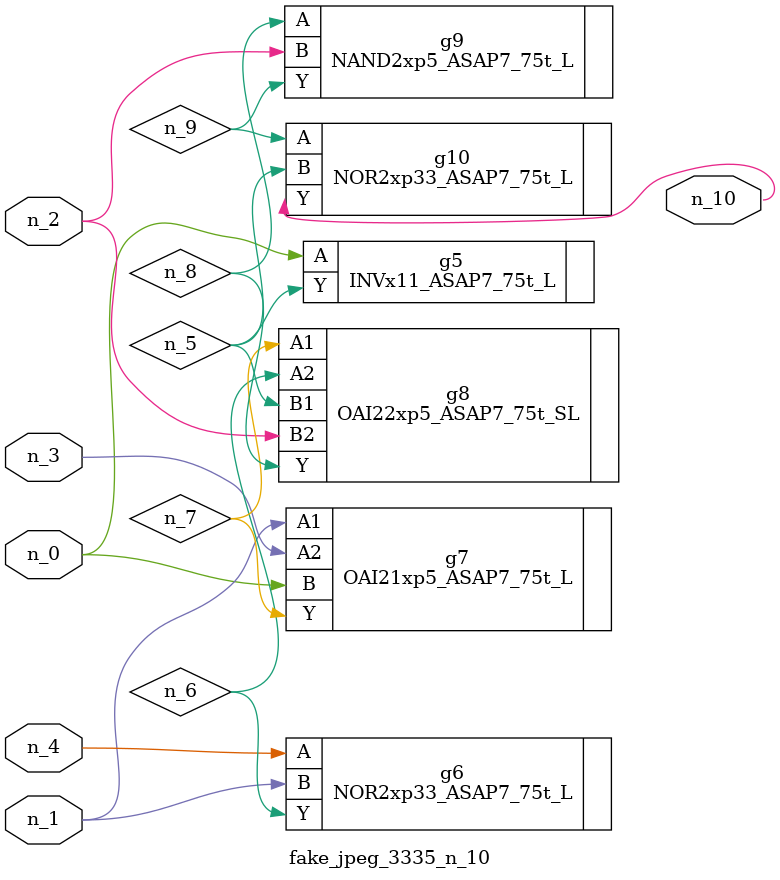
<source format=v>
module fake_jpeg_3335_n_10 (n_3, n_2, n_1, n_0, n_4, n_10);

input n_3;
input n_2;
input n_1;
input n_0;
input n_4;

output n_10;

wire n_8;
wire n_9;
wire n_6;
wire n_5;
wire n_7;

INVx11_ASAP7_75t_L g5 ( 
.A(n_0),
.Y(n_5)
);

NOR2xp33_ASAP7_75t_L g6 ( 
.A(n_4),
.B(n_1),
.Y(n_6)
);

OAI21xp5_ASAP7_75t_L g7 ( 
.A1(n_1),
.A2(n_3),
.B(n_0),
.Y(n_7)
);

OAI22xp5_ASAP7_75t_SL g8 ( 
.A1(n_7),
.A2(n_6),
.B1(n_5),
.B2(n_2),
.Y(n_8)
);

NAND2xp5_ASAP7_75t_L g9 ( 
.A(n_8),
.B(n_2),
.Y(n_9)
);

NOR2xp33_ASAP7_75t_L g10 ( 
.A(n_9),
.B(n_5),
.Y(n_10)
);


endmodule
</source>
